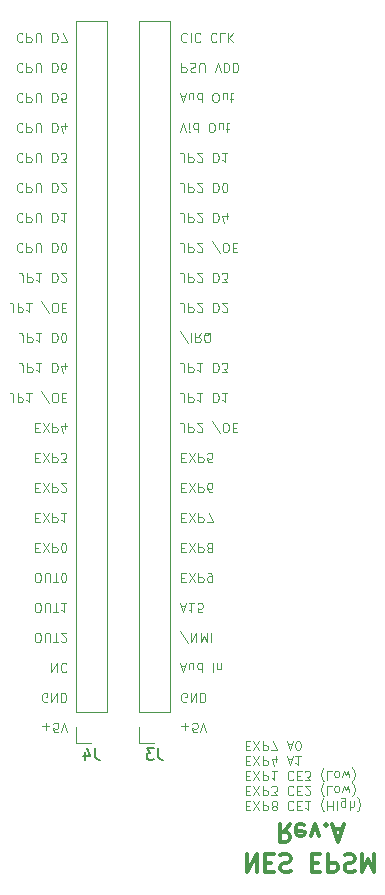
<source format=gbr>
%TF.GenerationSoftware,KiCad,Pcbnew,(5.1.10)-1*%
%TF.CreationDate,2021-06-12T16:54:01+02:00*%
%TF.ProjectId,Nes Sound Expansion,4e657320-536f-4756-9e64-20457870616e,rev?*%
%TF.SameCoordinates,Original*%
%TF.FileFunction,Legend,Bot*%
%TF.FilePolarity,Positive*%
%FSLAX46Y46*%
G04 Gerber Fmt 4.6, Leading zero omitted, Abs format (unit mm)*
G04 Created by KiCad (PCBNEW (5.1.10)-1) date 2021-06-12 16:54:01*
%MOMM*%
%LPD*%
G01*
G04 APERTURE LIST*
%ADD10C,0.100000*%
%ADD11C,0.300000*%
%ADD12C,0.120000*%
%ADD13C,0.150000*%
G04 APERTURE END LIST*
D10*
X120900714Y-115879714D02*
X121160714Y-115879714D01*
X121272142Y-115471142D02*
X120900714Y-115471142D01*
X120900714Y-116251142D01*
X121272142Y-116251142D01*
X121532142Y-116251142D02*
X122052142Y-115471142D01*
X122052142Y-116251142D02*
X121532142Y-115471142D01*
X122349285Y-115471142D02*
X122349285Y-116251142D01*
X122646428Y-116251142D01*
X122720714Y-116214000D01*
X122757857Y-116176857D01*
X122795000Y-116102571D01*
X122795000Y-115991142D01*
X122757857Y-115916857D01*
X122720714Y-115879714D01*
X122646428Y-115842571D01*
X122349285Y-115842571D01*
X123240714Y-115916857D02*
X123166428Y-115954000D01*
X123129285Y-115991142D01*
X123092142Y-116065428D01*
X123092142Y-116102571D01*
X123129285Y-116176857D01*
X123166428Y-116214000D01*
X123240714Y-116251142D01*
X123389285Y-116251142D01*
X123463571Y-116214000D01*
X123500714Y-116176857D01*
X123537857Y-116102571D01*
X123537857Y-116065428D01*
X123500714Y-115991142D01*
X123463571Y-115954000D01*
X123389285Y-115916857D01*
X123240714Y-115916857D01*
X123166428Y-115879714D01*
X123129285Y-115842571D01*
X123092142Y-115768285D01*
X123092142Y-115619714D01*
X123129285Y-115545428D01*
X123166428Y-115508285D01*
X123240714Y-115471142D01*
X123389285Y-115471142D01*
X123463571Y-115508285D01*
X123500714Y-115545428D01*
X123537857Y-115619714D01*
X123537857Y-115768285D01*
X123500714Y-115842571D01*
X123463571Y-115879714D01*
X123389285Y-115916857D01*
X124912142Y-115545428D02*
X124875000Y-115508285D01*
X124763571Y-115471142D01*
X124689285Y-115471142D01*
X124577857Y-115508285D01*
X124503571Y-115582571D01*
X124466428Y-115656857D01*
X124429285Y-115805428D01*
X124429285Y-115916857D01*
X124466428Y-116065428D01*
X124503571Y-116139714D01*
X124577857Y-116214000D01*
X124689285Y-116251142D01*
X124763571Y-116251142D01*
X124875000Y-116214000D01*
X124912142Y-116176857D01*
X125246428Y-115879714D02*
X125506428Y-115879714D01*
X125617857Y-115471142D02*
X125246428Y-115471142D01*
X125246428Y-116251142D01*
X125617857Y-116251142D01*
X126360714Y-115471142D02*
X125915000Y-115471142D01*
X126137857Y-115471142D02*
X126137857Y-116251142D01*
X126063571Y-116139714D01*
X125989285Y-116065428D01*
X125915000Y-116028285D01*
X127512142Y-115174000D02*
X127475000Y-115211142D01*
X127400714Y-115322571D01*
X127363571Y-115396857D01*
X127326428Y-115508285D01*
X127289285Y-115694000D01*
X127289285Y-115842571D01*
X127326428Y-116028285D01*
X127363571Y-116139714D01*
X127400714Y-116214000D01*
X127475000Y-116325428D01*
X127512142Y-116362571D01*
X127809285Y-115471142D02*
X127809285Y-116251142D01*
X127809285Y-115879714D02*
X128255000Y-115879714D01*
X128255000Y-115471142D02*
X128255000Y-116251142D01*
X128626428Y-115471142D02*
X128626428Y-116251142D01*
X129332142Y-115991142D02*
X129332142Y-115359714D01*
X129295000Y-115285428D01*
X129257857Y-115248285D01*
X129183571Y-115211142D01*
X129072142Y-115211142D01*
X128997857Y-115248285D01*
X129332142Y-115508285D02*
X129257857Y-115471142D01*
X129109285Y-115471142D01*
X129035000Y-115508285D01*
X128997857Y-115545428D01*
X128960714Y-115619714D01*
X128960714Y-115842571D01*
X128997857Y-115916857D01*
X129035000Y-115954000D01*
X129109285Y-115991142D01*
X129257857Y-115991142D01*
X129332142Y-115954000D01*
X129703571Y-115471142D02*
X129703571Y-116251142D01*
X130037857Y-115471142D02*
X130037857Y-115879714D01*
X130000714Y-115954000D01*
X129926428Y-115991142D01*
X129815000Y-115991142D01*
X129740714Y-115954000D01*
X129703571Y-115916857D01*
X130335000Y-115174000D02*
X130372142Y-115211142D01*
X130446428Y-115322571D01*
X130483571Y-115396857D01*
X130520714Y-115508285D01*
X130557857Y-115694000D01*
X130557857Y-115842571D01*
X130520714Y-116028285D01*
X130483571Y-116139714D01*
X130446428Y-116214000D01*
X130372142Y-116325428D01*
X130335000Y-116362571D01*
X120900714Y-114609714D02*
X121160714Y-114609714D01*
X121272142Y-114201142D02*
X120900714Y-114201142D01*
X120900714Y-114981142D01*
X121272142Y-114981142D01*
X121532142Y-114981142D02*
X122052142Y-114201142D01*
X122052142Y-114981142D02*
X121532142Y-114201142D01*
X122349285Y-114201142D02*
X122349285Y-114981142D01*
X122646428Y-114981142D01*
X122720714Y-114944000D01*
X122757857Y-114906857D01*
X122795000Y-114832571D01*
X122795000Y-114721142D01*
X122757857Y-114646857D01*
X122720714Y-114609714D01*
X122646428Y-114572571D01*
X122349285Y-114572571D01*
X123055000Y-114981142D02*
X123537857Y-114981142D01*
X123277857Y-114684000D01*
X123389285Y-114684000D01*
X123463571Y-114646857D01*
X123500714Y-114609714D01*
X123537857Y-114535428D01*
X123537857Y-114349714D01*
X123500714Y-114275428D01*
X123463571Y-114238285D01*
X123389285Y-114201142D01*
X123166428Y-114201142D01*
X123092142Y-114238285D01*
X123055000Y-114275428D01*
X124912142Y-114275428D02*
X124875000Y-114238285D01*
X124763571Y-114201142D01*
X124689285Y-114201142D01*
X124577857Y-114238285D01*
X124503571Y-114312571D01*
X124466428Y-114386857D01*
X124429285Y-114535428D01*
X124429285Y-114646857D01*
X124466428Y-114795428D01*
X124503571Y-114869714D01*
X124577857Y-114944000D01*
X124689285Y-114981142D01*
X124763571Y-114981142D01*
X124875000Y-114944000D01*
X124912142Y-114906857D01*
X125246428Y-114609714D02*
X125506428Y-114609714D01*
X125617857Y-114201142D02*
X125246428Y-114201142D01*
X125246428Y-114981142D01*
X125617857Y-114981142D01*
X125914999Y-114906857D02*
X125952142Y-114944000D01*
X126026428Y-114981142D01*
X126212142Y-114981142D01*
X126286428Y-114944000D01*
X126323571Y-114906857D01*
X126360714Y-114832571D01*
X126360714Y-114758285D01*
X126323571Y-114646857D01*
X125877857Y-114201142D01*
X126360714Y-114201142D01*
X127512142Y-113904000D02*
X127474999Y-113941142D01*
X127400714Y-114052571D01*
X127363571Y-114126857D01*
X127326428Y-114238285D01*
X127289285Y-114424000D01*
X127289285Y-114572571D01*
X127326428Y-114758285D01*
X127363571Y-114869714D01*
X127400714Y-114944000D01*
X127474999Y-115055428D01*
X127512142Y-115092571D01*
X128180714Y-114201142D02*
X127809285Y-114201142D01*
X127809285Y-114981142D01*
X128552142Y-114201142D02*
X128477857Y-114238285D01*
X128440714Y-114275428D01*
X128403571Y-114349714D01*
X128403571Y-114572571D01*
X128440714Y-114646857D01*
X128477857Y-114684000D01*
X128552142Y-114721142D01*
X128663571Y-114721142D01*
X128737857Y-114684000D01*
X128774999Y-114646857D01*
X128812142Y-114572571D01*
X128812142Y-114349714D01*
X128774999Y-114275428D01*
X128737857Y-114238285D01*
X128663571Y-114201142D01*
X128552142Y-114201142D01*
X129072142Y-114721142D02*
X129220714Y-114201142D01*
X129369285Y-114572571D01*
X129517857Y-114201142D01*
X129666428Y-114721142D01*
X129889285Y-113904000D02*
X129926428Y-113941142D01*
X130000714Y-114052571D01*
X130037857Y-114126857D01*
X130074999Y-114238285D01*
X130112142Y-114424000D01*
X130112142Y-114572571D01*
X130074999Y-114758285D01*
X130037857Y-114869714D01*
X130000714Y-114944000D01*
X129926428Y-115055428D01*
X129889285Y-115092571D01*
X120900714Y-113339714D02*
X121160714Y-113339714D01*
X121272142Y-112931142D02*
X120900714Y-112931142D01*
X120900714Y-113711142D01*
X121272142Y-113711142D01*
X121532142Y-113711142D02*
X122052142Y-112931142D01*
X122052142Y-113711142D02*
X121532142Y-112931142D01*
X122349285Y-112931142D02*
X122349285Y-113711142D01*
X122646428Y-113711142D01*
X122720714Y-113674000D01*
X122757857Y-113636857D01*
X122795000Y-113562571D01*
X122795000Y-113451142D01*
X122757857Y-113376857D01*
X122720714Y-113339714D01*
X122646428Y-113302571D01*
X122349285Y-113302571D01*
X123537857Y-112931142D02*
X123092142Y-112931142D01*
X123315000Y-112931142D02*
X123315000Y-113711142D01*
X123240714Y-113599714D01*
X123166428Y-113525428D01*
X123092142Y-113488285D01*
X124912142Y-113005428D02*
X124875000Y-112968285D01*
X124763571Y-112931142D01*
X124689285Y-112931142D01*
X124577857Y-112968285D01*
X124503571Y-113042571D01*
X124466428Y-113116857D01*
X124429285Y-113265428D01*
X124429285Y-113376857D01*
X124466428Y-113525428D01*
X124503571Y-113599714D01*
X124577857Y-113674000D01*
X124689285Y-113711142D01*
X124763571Y-113711142D01*
X124875000Y-113674000D01*
X124912142Y-113636857D01*
X125246428Y-113339714D02*
X125506428Y-113339714D01*
X125617857Y-112931142D02*
X125246428Y-112931142D01*
X125246428Y-113711142D01*
X125617857Y-113711142D01*
X125877857Y-113711142D02*
X126360714Y-113711142D01*
X126100714Y-113414000D01*
X126212142Y-113414000D01*
X126286428Y-113376857D01*
X126323571Y-113339714D01*
X126360714Y-113265428D01*
X126360714Y-113079714D01*
X126323571Y-113005428D01*
X126286428Y-112968285D01*
X126212142Y-112931142D01*
X125989285Y-112931142D01*
X125914999Y-112968285D01*
X125877857Y-113005428D01*
X127512142Y-112634000D02*
X127474999Y-112671142D01*
X127400714Y-112782571D01*
X127363571Y-112856857D01*
X127326428Y-112968285D01*
X127289285Y-113154000D01*
X127289285Y-113302571D01*
X127326428Y-113488285D01*
X127363571Y-113599714D01*
X127400714Y-113674000D01*
X127474999Y-113785428D01*
X127512142Y-113822571D01*
X128180714Y-112931142D02*
X127809285Y-112931142D01*
X127809285Y-113711142D01*
X128552142Y-112931142D02*
X128477857Y-112968285D01*
X128440714Y-113005428D01*
X128403571Y-113079714D01*
X128403571Y-113302571D01*
X128440714Y-113376857D01*
X128477857Y-113414000D01*
X128552142Y-113451142D01*
X128663571Y-113451142D01*
X128737857Y-113414000D01*
X128774999Y-113376857D01*
X128812142Y-113302571D01*
X128812142Y-113079714D01*
X128774999Y-113005428D01*
X128737857Y-112968285D01*
X128663571Y-112931142D01*
X128552142Y-112931142D01*
X129072142Y-113451142D02*
X129220714Y-112931142D01*
X129369285Y-113302571D01*
X129517857Y-112931142D01*
X129666428Y-113451142D01*
X129889285Y-112634000D02*
X129926428Y-112671142D01*
X130000714Y-112782571D01*
X130037857Y-112856857D01*
X130074999Y-112968285D01*
X130112142Y-113154000D01*
X130112142Y-113302571D01*
X130074999Y-113488285D01*
X130037857Y-113599714D01*
X130000714Y-113674000D01*
X129926428Y-113785428D01*
X129889285Y-113822571D01*
X120900714Y-112069714D02*
X121160714Y-112069714D01*
X121272142Y-111661142D02*
X120900714Y-111661142D01*
X120900714Y-112441142D01*
X121272142Y-112441142D01*
X121532142Y-112441142D02*
X122052142Y-111661142D01*
X122052142Y-112441142D02*
X121532142Y-111661142D01*
X122349285Y-111661142D02*
X122349285Y-112441142D01*
X122646428Y-112441142D01*
X122720714Y-112404000D01*
X122757857Y-112366857D01*
X122795000Y-112292571D01*
X122795000Y-112181142D01*
X122757857Y-112106857D01*
X122720714Y-112069714D01*
X122646428Y-112032571D01*
X122349285Y-112032571D01*
X123463571Y-112181142D02*
X123463571Y-111661142D01*
X123277857Y-112478285D02*
X123092142Y-111921142D01*
X123575000Y-111921142D01*
X124429285Y-111884000D02*
X124800714Y-111884000D01*
X124355000Y-111661142D02*
X124615000Y-112441142D01*
X124875000Y-111661142D01*
X125543571Y-111661142D02*
X125097857Y-111661142D01*
X125320714Y-111661142D02*
X125320714Y-112441142D01*
X125246428Y-112329714D01*
X125172142Y-112255428D01*
X125097857Y-112218285D01*
X120900714Y-110799714D02*
X121160714Y-110799714D01*
X121272142Y-110391142D02*
X120900714Y-110391142D01*
X120900714Y-111171142D01*
X121272142Y-111171142D01*
X121532142Y-111171142D02*
X122052142Y-110391142D01*
X122052142Y-111171142D02*
X121532142Y-110391142D01*
X122349285Y-110391142D02*
X122349285Y-111171142D01*
X122646428Y-111171142D01*
X122720714Y-111134000D01*
X122757857Y-111096857D01*
X122795000Y-111022571D01*
X122795000Y-110911142D01*
X122757857Y-110836857D01*
X122720714Y-110799714D01*
X122646428Y-110762571D01*
X122349285Y-110762571D01*
X123055000Y-111171142D02*
X123575000Y-111171142D01*
X123240714Y-110391142D01*
X124429285Y-110614000D02*
X124800714Y-110614000D01*
X124355000Y-110391142D02*
X124615000Y-111171142D01*
X124875000Y-110391142D01*
X125283571Y-111171142D02*
X125357857Y-111171142D01*
X125432142Y-111134000D01*
X125469285Y-111096857D01*
X125506428Y-111022571D01*
X125543571Y-110874000D01*
X125543571Y-110688285D01*
X125506428Y-110539714D01*
X125469285Y-110465428D01*
X125432142Y-110428285D01*
X125357857Y-110391142D01*
X125283571Y-110391142D01*
X125209285Y-110428285D01*
X125172142Y-110465428D01*
X125135000Y-110539714D01*
X125097857Y-110688285D01*
X125097857Y-110874000D01*
X125135000Y-111022571D01*
X125172142Y-111096857D01*
X125209285Y-111134000D01*
X125283571Y-111171142D01*
X103661571Y-109164285D02*
X104255857Y-109164285D01*
X103958714Y-108867142D02*
X103958714Y-109461428D01*
X104998714Y-109647142D02*
X104627285Y-109647142D01*
X104590142Y-109275714D01*
X104627285Y-109312857D01*
X104701571Y-109350000D01*
X104887285Y-109350000D01*
X104961571Y-109312857D01*
X104998714Y-109275714D01*
X105035857Y-109201428D01*
X105035857Y-109015714D01*
X104998714Y-108941428D01*
X104961571Y-108904285D01*
X104887285Y-108867142D01*
X104701571Y-108867142D01*
X104627285Y-108904285D01*
X104590142Y-108941428D01*
X105258714Y-109647142D02*
X105518714Y-108867142D01*
X105778714Y-109647142D01*
X104070142Y-107070000D02*
X103995857Y-107107142D01*
X103884428Y-107107142D01*
X103773000Y-107070000D01*
X103698714Y-106995714D01*
X103661571Y-106921428D01*
X103624428Y-106772857D01*
X103624428Y-106661428D01*
X103661571Y-106512857D01*
X103698714Y-106438571D01*
X103773000Y-106364285D01*
X103884428Y-106327142D01*
X103958714Y-106327142D01*
X104070142Y-106364285D01*
X104107285Y-106401428D01*
X104107285Y-106661428D01*
X103958714Y-106661428D01*
X104441571Y-106327142D02*
X104441571Y-107107142D01*
X104887285Y-106327142D01*
X104887285Y-107107142D01*
X105258714Y-106327142D02*
X105258714Y-107107142D01*
X105444428Y-107107142D01*
X105555857Y-107070000D01*
X105630142Y-106995714D01*
X105667285Y-106921428D01*
X105704428Y-106772857D01*
X105704428Y-106661428D01*
X105667285Y-106512857D01*
X105630142Y-106438571D01*
X105555857Y-106364285D01*
X105444428Y-106327142D01*
X105258714Y-106327142D01*
X104441571Y-103787142D02*
X104441571Y-104567142D01*
X104887285Y-103787142D01*
X104887285Y-104567142D01*
X105704428Y-103861428D02*
X105667285Y-103824285D01*
X105555857Y-103787142D01*
X105481571Y-103787142D01*
X105370142Y-103824285D01*
X105295857Y-103898571D01*
X105258714Y-103972857D01*
X105221571Y-104121428D01*
X105221571Y-104232857D01*
X105258714Y-104381428D01*
X105295857Y-104455714D01*
X105370142Y-104530000D01*
X105481571Y-104567142D01*
X105555857Y-104567142D01*
X105667285Y-104530000D01*
X105704428Y-104492857D01*
X103215857Y-102027142D02*
X103364428Y-102027142D01*
X103438714Y-101990000D01*
X103513000Y-101915714D01*
X103550142Y-101767142D01*
X103550142Y-101507142D01*
X103513000Y-101358571D01*
X103438714Y-101284285D01*
X103364428Y-101247142D01*
X103215857Y-101247142D01*
X103141571Y-101284285D01*
X103067285Y-101358571D01*
X103030142Y-101507142D01*
X103030142Y-101767142D01*
X103067285Y-101915714D01*
X103141571Y-101990000D01*
X103215857Y-102027142D01*
X103884428Y-102027142D02*
X103884428Y-101395714D01*
X103921571Y-101321428D01*
X103958714Y-101284285D01*
X104033000Y-101247142D01*
X104181571Y-101247142D01*
X104255857Y-101284285D01*
X104293000Y-101321428D01*
X104330142Y-101395714D01*
X104330142Y-102027142D01*
X104590142Y-102027142D02*
X105035857Y-102027142D01*
X104813000Y-101247142D02*
X104813000Y-102027142D01*
X105258714Y-101952857D02*
X105295857Y-101990000D01*
X105370142Y-102027142D01*
X105555857Y-102027142D01*
X105630142Y-101990000D01*
X105667285Y-101952857D01*
X105704428Y-101878571D01*
X105704428Y-101804285D01*
X105667285Y-101692857D01*
X105221571Y-101247142D01*
X105704428Y-101247142D01*
X103215857Y-99487142D02*
X103364428Y-99487142D01*
X103438714Y-99450000D01*
X103513000Y-99375714D01*
X103550142Y-99227142D01*
X103550142Y-98967142D01*
X103513000Y-98818571D01*
X103438714Y-98744285D01*
X103364428Y-98707142D01*
X103215857Y-98707142D01*
X103141571Y-98744285D01*
X103067285Y-98818571D01*
X103030142Y-98967142D01*
X103030142Y-99227142D01*
X103067285Y-99375714D01*
X103141571Y-99450000D01*
X103215857Y-99487142D01*
X103884428Y-99487142D02*
X103884428Y-98855714D01*
X103921571Y-98781428D01*
X103958714Y-98744285D01*
X104033000Y-98707142D01*
X104181571Y-98707142D01*
X104255857Y-98744285D01*
X104293000Y-98781428D01*
X104330142Y-98855714D01*
X104330142Y-99487142D01*
X104590142Y-99487142D02*
X105035857Y-99487142D01*
X104813000Y-98707142D02*
X104813000Y-99487142D01*
X105704428Y-98707142D02*
X105258714Y-98707142D01*
X105481571Y-98707142D02*
X105481571Y-99487142D01*
X105407285Y-99375714D01*
X105333000Y-99301428D01*
X105258714Y-99264285D01*
X103215857Y-96947142D02*
X103364428Y-96947142D01*
X103438714Y-96910000D01*
X103513000Y-96835714D01*
X103550142Y-96687142D01*
X103550142Y-96427142D01*
X103513000Y-96278571D01*
X103438714Y-96204285D01*
X103364428Y-96167142D01*
X103215857Y-96167142D01*
X103141571Y-96204285D01*
X103067285Y-96278571D01*
X103030142Y-96427142D01*
X103030142Y-96687142D01*
X103067285Y-96835714D01*
X103141571Y-96910000D01*
X103215857Y-96947142D01*
X103884428Y-96947142D02*
X103884428Y-96315714D01*
X103921571Y-96241428D01*
X103958714Y-96204285D01*
X104033000Y-96167142D01*
X104181571Y-96167142D01*
X104255857Y-96204285D01*
X104293000Y-96241428D01*
X104330142Y-96315714D01*
X104330142Y-96947142D01*
X104590142Y-96947142D02*
X105035857Y-96947142D01*
X104813000Y-96167142D02*
X104813000Y-96947142D01*
X105444428Y-96947142D02*
X105518714Y-96947142D01*
X105593000Y-96910000D01*
X105630142Y-96872857D01*
X105667285Y-96798571D01*
X105704428Y-96650000D01*
X105704428Y-96464285D01*
X105667285Y-96315714D01*
X105630142Y-96241428D01*
X105593000Y-96204285D01*
X105518714Y-96167142D01*
X105444428Y-96167142D01*
X105370142Y-96204285D01*
X105333000Y-96241428D01*
X105295857Y-96315714D01*
X105258714Y-96464285D01*
X105258714Y-96650000D01*
X105295857Y-96798571D01*
X105333000Y-96872857D01*
X105370142Y-96910000D01*
X105444428Y-96947142D01*
X103067285Y-94035714D02*
X103327285Y-94035714D01*
X103438714Y-93627142D02*
X103067285Y-93627142D01*
X103067285Y-94407142D01*
X103438714Y-94407142D01*
X103698714Y-94407142D02*
X104218714Y-93627142D01*
X104218714Y-94407142D02*
X103698714Y-93627142D01*
X104515857Y-93627142D02*
X104515857Y-94407142D01*
X104813000Y-94407142D01*
X104887285Y-94370000D01*
X104924428Y-94332857D01*
X104961571Y-94258571D01*
X104961571Y-94147142D01*
X104924428Y-94072857D01*
X104887285Y-94035714D01*
X104813000Y-93998571D01*
X104515857Y-93998571D01*
X105444428Y-94407142D02*
X105518714Y-94407142D01*
X105593000Y-94370000D01*
X105630142Y-94332857D01*
X105667285Y-94258571D01*
X105704428Y-94110000D01*
X105704428Y-93924285D01*
X105667285Y-93775714D01*
X105630142Y-93701428D01*
X105593000Y-93664285D01*
X105518714Y-93627142D01*
X105444428Y-93627142D01*
X105370142Y-93664285D01*
X105333000Y-93701428D01*
X105295857Y-93775714D01*
X105258714Y-93924285D01*
X105258714Y-94110000D01*
X105295857Y-94258571D01*
X105333000Y-94332857D01*
X105370142Y-94370000D01*
X105444428Y-94407142D01*
X103067285Y-91495714D02*
X103327285Y-91495714D01*
X103438714Y-91087142D02*
X103067285Y-91087142D01*
X103067285Y-91867142D01*
X103438714Y-91867142D01*
X103698714Y-91867142D02*
X104218714Y-91087142D01*
X104218714Y-91867142D02*
X103698714Y-91087142D01*
X104515857Y-91087142D02*
X104515857Y-91867142D01*
X104813000Y-91867142D01*
X104887285Y-91830000D01*
X104924428Y-91792857D01*
X104961571Y-91718571D01*
X104961571Y-91607142D01*
X104924428Y-91532857D01*
X104887285Y-91495714D01*
X104813000Y-91458571D01*
X104515857Y-91458571D01*
X105704428Y-91087142D02*
X105258714Y-91087142D01*
X105481571Y-91087142D02*
X105481571Y-91867142D01*
X105407285Y-91755714D01*
X105333000Y-91681428D01*
X105258714Y-91644285D01*
X103067285Y-88955714D02*
X103327285Y-88955714D01*
X103438714Y-88547142D02*
X103067285Y-88547142D01*
X103067285Y-89327142D01*
X103438714Y-89327142D01*
X103698714Y-89327142D02*
X104218714Y-88547142D01*
X104218714Y-89327142D02*
X103698714Y-88547142D01*
X104515857Y-88547142D02*
X104515857Y-89327142D01*
X104813000Y-89327142D01*
X104887285Y-89290000D01*
X104924428Y-89252857D01*
X104961571Y-89178571D01*
X104961571Y-89067142D01*
X104924428Y-88992857D01*
X104887285Y-88955714D01*
X104813000Y-88918571D01*
X104515857Y-88918571D01*
X105258714Y-89252857D02*
X105295857Y-89290000D01*
X105370142Y-89327142D01*
X105555857Y-89327142D01*
X105630142Y-89290000D01*
X105667285Y-89252857D01*
X105704428Y-89178571D01*
X105704428Y-89104285D01*
X105667285Y-88992857D01*
X105221571Y-88547142D01*
X105704428Y-88547142D01*
X103067285Y-86415714D02*
X103327285Y-86415714D01*
X103438714Y-86007142D02*
X103067285Y-86007142D01*
X103067285Y-86787142D01*
X103438714Y-86787142D01*
X103698714Y-86787142D02*
X104218714Y-86007142D01*
X104218714Y-86787142D02*
X103698714Y-86007142D01*
X104515857Y-86007142D02*
X104515857Y-86787142D01*
X104813000Y-86787142D01*
X104887285Y-86750000D01*
X104924428Y-86712857D01*
X104961571Y-86638571D01*
X104961571Y-86527142D01*
X104924428Y-86452857D01*
X104887285Y-86415714D01*
X104813000Y-86378571D01*
X104515857Y-86378571D01*
X105221571Y-86787142D02*
X105704428Y-86787142D01*
X105444428Y-86490000D01*
X105555857Y-86490000D01*
X105630142Y-86452857D01*
X105667285Y-86415714D01*
X105704428Y-86341428D01*
X105704428Y-86155714D01*
X105667285Y-86081428D01*
X105630142Y-86044285D01*
X105555857Y-86007142D01*
X105333000Y-86007142D01*
X105258714Y-86044285D01*
X105221571Y-86081428D01*
X103067285Y-83875714D02*
X103327285Y-83875714D01*
X103438714Y-83467142D02*
X103067285Y-83467142D01*
X103067285Y-84247142D01*
X103438714Y-84247142D01*
X103698714Y-84247142D02*
X104218714Y-83467142D01*
X104218714Y-84247142D02*
X103698714Y-83467142D01*
X104515857Y-83467142D02*
X104515857Y-84247142D01*
X104813000Y-84247142D01*
X104887285Y-84210000D01*
X104924428Y-84172857D01*
X104961571Y-84098571D01*
X104961571Y-83987142D01*
X104924428Y-83912857D01*
X104887285Y-83875714D01*
X104813000Y-83838571D01*
X104515857Y-83838571D01*
X105630142Y-83987142D02*
X105630142Y-83467142D01*
X105444428Y-84284285D02*
X105258714Y-83727142D01*
X105741571Y-83727142D01*
X101210142Y-81707142D02*
X101210142Y-81150000D01*
X101173000Y-81038571D01*
X101098714Y-80964285D01*
X100987285Y-80927142D01*
X100913000Y-80927142D01*
X101581571Y-80927142D02*
X101581571Y-81707142D01*
X101878714Y-81707142D01*
X101953000Y-81670000D01*
X101990142Y-81632857D01*
X102027285Y-81558571D01*
X102027285Y-81447142D01*
X101990142Y-81372857D01*
X101953000Y-81335714D01*
X101878714Y-81298571D01*
X101581571Y-81298571D01*
X102770142Y-80927142D02*
X102324428Y-80927142D01*
X102547285Y-80927142D02*
X102547285Y-81707142D01*
X102473000Y-81595714D01*
X102398714Y-81521428D01*
X102324428Y-81484285D01*
X104255857Y-81744285D02*
X103587285Y-80741428D01*
X104664428Y-81707142D02*
X104813000Y-81707142D01*
X104887285Y-81670000D01*
X104961571Y-81595714D01*
X104998714Y-81447142D01*
X104998714Y-81187142D01*
X104961571Y-81038571D01*
X104887285Y-80964285D01*
X104813000Y-80927142D01*
X104664428Y-80927142D01*
X104590142Y-80964285D01*
X104515857Y-81038571D01*
X104478714Y-81187142D01*
X104478714Y-81447142D01*
X104515857Y-81595714D01*
X104590142Y-81670000D01*
X104664428Y-81707142D01*
X105333000Y-81335714D02*
X105593000Y-81335714D01*
X105704428Y-80927142D02*
X105333000Y-80927142D01*
X105333000Y-81707142D01*
X105704428Y-81707142D01*
X102027285Y-79167142D02*
X102027285Y-78610000D01*
X101990142Y-78498571D01*
X101915857Y-78424285D01*
X101804428Y-78387142D01*
X101730142Y-78387142D01*
X102398714Y-78387142D02*
X102398714Y-79167142D01*
X102695857Y-79167142D01*
X102770142Y-79130000D01*
X102807285Y-79092857D01*
X102844428Y-79018571D01*
X102844428Y-78907142D01*
X102807285Y-78832857D01*
X102770142Y-78795714D01*
X102695857Y-78758571D01*
X102398714Y-78758571D01*
X103587285Y-78387142D02*
X103141571Y-78387142D01*
X103364428Y-78387142D02*
X103364428Y-79167142D01*
X103290142Y-79055714D01*
X103215857Y-78981428D01*
X103141571Y-78944285D01*
X104515857Y-78387142D02*
X104515857Y-79167142D01*
X104701571Y-79167142D01*
X104813000Y-79130000D01*
X104887285Y-79055714D01*
X104924428Y-78981428D01*
X104961571Y-78832857D01*
X104961571Y-78721428D01*
X104924428Y-78572857D01*
X104887285Y-78498571D01*
X104813000Y-78424285D01*
X104701571Y-78387142D01*
X104515857Y-78387142D01*
X105630142Y-78907142D02*
X105630142Y-78387142D01*
X105444428Y-79204285D02*
X105258714Y-78647142D01*
X105741571Y-78647142D01*
X102027285Y-76627142D02*
X102027285Y-76070000D01*
X101990142Y-75958571D01*
X101915857Y-75884285D01*
X101804428Y-75847142D01*
X101730142Y-75847142D01*
X102398714Y-75847142D02*
X102398714Y-76627142D01*
X102695857Y-76627142D01*
X102770142Y-76590000D01*
X102807285Y-76552857D01*
X102844428Y-76478571D01*
X102844428Y-76367142D01*
X102807285Y-76292857D01*
X102770142Y-76255714D01*
X102695857Y-76218571D01*
X102398714Y-76218571D01*
X103587285Y-75847142D02*
X103141571Y-75847142D01*
X103364428Y-75847142D02*
X103364428Y-76627142D01*
X103290142Y-76515714D01*
X103215857Y-76441428D01*
X103141571Y-76404285D01*
X104515857Y-75847142D02*
X104515857Y-76627142D01*
X104701571Y-76627142D01*
X104813000Y-76590000D01*
X104887285Y-76515714D01*
X104924428Y-76441428D01*
X104961571Y-76292857D01*
X104961571Y-76181428D01*
X104924428Y-76032857D01*
X104887285Y-75958571D01*
X104813000Y-75884285D01*
X104701571Y-75847142D01*
X104515857Y-75847142D01*
X105444428Y-76627142D02*
X105518714Y-76627142D01*
X105593000Y-76590000D01*
X105630142Y-76552857D01*
X105667285Y-76478571D01*
X105704428Y-76330000D01*
X105704428Y-76144285D01*
X105667285Y-75995714D01*
X105630142Y-75921428D01*
X105593000Y-75884285D01*
X105518714Y-75847142D01*
X105444428Y-75847142D01*
X105370142Y-75884285D01*
X105333000Y-75921428D01*
X105295857Y-75995714D01*
X105258714Y-76144285D01*
X105258714Y-76330000D01*
X105295857Y-76478571D01*
X105333000Y-76552857D01*
X105370142Y-76590000D01*
X105444428Y-76627142D01*
X101210142Y-74087142D02*
X101210142Y-73530000D01*
X101173000Y-73418571D01*
X101098714Y-73344285D01*
X100987285Y-73307142D01*
X100913000Y-73307142D01*
X101581571Y-73307142D02*
X101581571Y-74087142D01*
X101878714Y-74087142D01*
X101953000Y-74050000D01*
X101990142Y-74012857D01*
X102027285Y-73938571D01*
X102027285Y-73827142D01*
X101990142Y-73752857D01*
X101953000Y-73715714D01*
X101878714Y-73678571D01*
X101581571Y-73678571D01*
X102770142Y-73307142D02*
X102324428Y-73307142D01*
X102547285Y-73307142D02*
X102547285Y-74087142D01*
X102473000Y-73975714D01*
X102398714Y-73901428D01*
X102324428Y-73864285D01*
X104255857Y-74124285D02*
X103587285Y-73121428D01*
X104664428Y-74087142D02*
X104813000Y-74087142D01*
X104887285Y-74050000D01*
X104961571Y-73975714D01*
X104998714Y-73827142D01*
X104998714Y-73567142D01*
X104961571Y-73418571D01*
X104887285Y-73344285D01*
X104813000Y-73307142D01*
X104664428Y-73307142D01*
X104590142Y-73344285D01*
X104515857Y-73418571D01*
X104478714Y-73567142D01*
X104478714Y-73827142D01*
X104515857Y-73975714D01*
X104590142Y-74050000D01*
X104664428Y-74087142D01*
X105333000Y-73715714D02*
X105593000Y-73715714D01*
X105704428Y-73307142D02*
X105333000Y-73307142D01*
X105333000Y-74087142D01*
X105704428Y-74087142D01*
X102027285Y-71547142D02*
X102027285Y-70990000D01*
X101990142Y-70878571D01*
X101915857Y-70804285D01*
X101804428Y-70767142D01*
X101730142Y-70767142D01*
X102398714Y-70767142D02*
X102398714Y-71547142D01*
X102695857Y-71547142D01*
X102770142Y-71510000D01*
X102807285Y-71472857D01*
X102844428Y-71398571D01*
X102844428Y-71287142D01*
X102807285Y-71212857D01*
X102770142Y-71175714D01*
X102695857Y-71138571D01*
X102398714Y-71138571D01*
X103587285Y-70767142D02*
X103141571Y-70767142D01*
X103364428Y-70767142D02*
X103364428Y-71547142D01*
X103290142Y-71435714D01*
X103215857Y-71361428D01*
X103141571Y-71324285D01*
X104515857Y-70767142D02*
X104515857Y-71547142D01*
X104701571Y-71547142D01*
X104813000Y-71510000D01*
X104887285Y-71435714D01*
X104924428Y-71361428D01*
X104961571Y-71212857D01*
X104961571Y-71101428D01*
X104924428Y-70952857D01*
X104887285Y-70878571D01*
X104813000Y-70804285D01*
X104701571Y-70767142D01*
X104515857Y-70767142D01*
X105258714Y-71472857D02*
X105295857Y-71510000D01*
X105370142Y-71547142D01*
X105555857Y-71547142D01*
X105630142Y-71510000D01*
X105667285Y-71472857D01*
X105704428Y-71398571D01*
X105704428Y-71324285D01*
X105667285Y-71212857D01*
X105221571Y-70767142D01*
X105704428Y-70767142D01*
X101990142Y-68301428D02*
X101953000Y-68264285D01*
X101841571Y-68227142D01*
X101767285Y-68227142D01*
X101655857Y-68264285D01*
X101581571Y-68338571D01*
X101544428Y-68412857D01*
X101507285Y-68561428D01*
X101507285Y-68672857D01*
X101544428Y-68821428D01*
X101581571Y-68895714D01*
X101655857Y-68970000D01*
X101767285Y-69007142D01*
X101841571Y-69007142D01*
X101953000Y-68970000D01*
X101990142Y-68932857D01*
X102324428Y-68227142D02*
X102324428Y-69007142D01*
X102621571Y-69007142D01*
X102695857Y-68970000D01*
X102733000Y-68932857D01*
X102770142Y-68858571D01*
X102770142Y-68747142D01*
X102733000Y-68672857D01*
X102695857Y-68635714D01*
X102621571Y-68598571D01*
X102324428Y-68598571D01*
X103104428Y-69007142D02*
X103104428Y-68375714D01*
X103141571Y-68301428D01*
X103178714Y-68264285D01*
X103253000Y-68227142D01*
X103401571Y-68227142D01*
X103475857Y-68264285D01*
X103513000Y-68301428D01*
X103550142Y-68375714D01*
X103550142Y-69007142D01*
X104515857Y-68227142D02*
X104515857Y-69007142D01*
X104701571Y-69007142D01*
X104813000Y-68970000D01*
X104887285Y-68895714D01*
X104924428Y-68821428D01*
X104961571Y-68672857D01*
X104961571Y-68561428D01*
X104924428Y-68412857D01*
X104887285Y-68338571D01*
X104813000Y-68264285D01*
X104701571Y-68227142D01*
X104515857Y-68227142D01*
X105444428Y-69007142D02*
X105518714Y-69007142D01*
X105593000Y-68970000D01*
X105630142Y-68932857D01*
X105667285Y-68858571D01*
X105704428Y-68710000D01*
X105704428Y-68524285D01*
X105667285Y-68375714D01*
X105630142Y-68301428D01*
X105593000Y-68264285D01*
X105518714Y-68227142D01*
X105444428Y-68227142D01*
X105370142Y-68264285D01*
X105333000Y-68301428D01*
X105295857Y-68375714D01*
X105258714Y-68524285D01*
X105258714Y-68710000D01*
X105295857Y-68858571D01*
X105333000Y-68932857D01*
X105370142Y-68970000D01*
X105444428Y-69007142D01*
X101990142Y-65761428D02*
X101953000Y-65724285D01*
X101841571Y-65687142D01*
X101767285Y-65687142D01*
X101655857Y-65724285D01*
X101581571Y-65798571D01*
X101544428Y-65872857D01*
X101507285Y-66021428D01*
X101507285Y-66132857D01*
X101544428Y-66281428D01*
X101581571Y-66355714D01*
X101655857Y-66430000D01*
X101767285Y-66467142D01*
X101841571Y-66467142D01*
X101953000Y-66430000D01*
X101990142Y-66392857D01*
X102324428Y-65687142D02*
X102324428Y-66467142D01*
X102621571Y-66467142D01*
X102695857Y-66430000D01*
X102733000Y-66392857D01*
X102770142Y-66318571D01*
X102770142Y-66207142D01*
X102733000Y-66132857D01*
X102695857Y-66095714D01*
X102621571Y-66058571D01*
X102324428Y-66058571D01*
X103104428Y-66467142D02*
X103104428Y-65835714D01*
X103141571Y-65761428D01*
X103178714Y-65724285D01*
X103253000Y-65687142D01*
X103401571Y-65687142D01*
X103475857Y-65724285D01*
X103513000Y-65761428D01*
X103550142Y-65835714D01*
X103550142Y-66467142D01*
X104515857Y-65687142D02*
X104515857Y-66467142D01*
X104701571Y-66467142D01*
X104813000Y-66430000D01*
X104887285Y-66355714D01*
X104924428Y-66281428D01*
X104961571Y-66132857D01*
X104961571Y-66021428D01*
X104924428Y-65872857D01*
X104887285Y-65798571D01*
X104813000Y-65724285D01*
X104701571Y-65687142D01*
X104515857Y-65687142D01*
X105704428Y-65687142D02*
X105258714Y-65687142D01*
X105481571Y-65687142D02*
X105481571Y-66467142D01*
X105407285Y-66355714D01*
X105333000Y-66281428D01*
X105258714Y-66244285D01*
X101990142Y-63221428D02*
X101953000Y-63184285D01*
X101841571Y-63147142D01*
X101767285Y-63147142D01*
X101655857Y-63184285D01*
X101581571Y-63258571D01*
X101544428Y-63332857D01*
X101507285Y-63481428D01*
X101507285Y-63592857D01*
X101544428Y-63741428D01*
X101581571Y-63815714D01*
X101655857Y-63890000D01*
X101767285Y-63927142D01*
X101841571Y-63927142D01*
X101953000Y-63890000D01*
X101990142Y-63852857D01*
X102324428Y-63147142D02*
X102324428Y-63927142D01*
X102621571Y-63927142D01*
X102695857Y-63890000D01*
X102733000Y-63852857D01*
X102770142Y-63778571D01*
X102770142Y-63667142D01*
X102733000Y-63592857D01*
X102695857Y-63555714D01*
X102621571Y-63518571D01*
X102324428Y-63518571D01*
X103104428Y-63927142D02*
X103104428Y-63295714D01*
X103141571Y-63221428D01*
X103178714Y-63184285D01*
X103253000Y-63147142D01*
X103401571Y-63147142D01*
X103475857Y-63184285D01*
X103513000Y-63221428D01*
X103550142Y-63295714D01*
X103550142Y-63927142D01*
X104515857Y-63147142D02*
X104515857Y-63927142D01*
X104701571Y-63927142D01*
X104813000Y-63890000D01*
X104887285Y-63815714D01*
X104924428Y-63741428D01*
X104961571Y-63592857D01*
X104961571Y-63481428D01*
X104924428Y-63332857D01*
X104887285Y-63258571D01*
X104813000Y-63184285D01*
X104701571Y-63147142D01*
X104515857Y-63147142D01*
X105258714Y-63852857D02*
X105295857Y-63890000D01*
X105370142Y-63927142D01*
X105555857Y-63927142D01*
X105630142Y-63890000D01*
X105667285Y-63852857D01*
X105704428Y-63778571D01*
X105704428Y-63704285D01*
X105667285Y-63592857D01*
X105221571Y-63147142D01*
X105704428Y-63147142D01*
X101990142Y-60681428D02*
X101953000Y-60644285D01*
X101841571Y-60607142D01*
X101767285Y-60607142D01*
X101655857Y-60644285D01*
X101581571Y-60718571D01*
X101544428Y-60792857D01*
X101507285Y-60941428D01*
X101507285Y-61052857D01*
X101544428Y-61201428D01*
X101581571Y-61275714D01*
X101655857Y-61350000D01*
X101767285Y-61387142D01*
X101841571Y-61387142D01*
X101953000Y-61350000D01*
X101990142Y-61312857D01*
X102324428Y-60607142D02*
X102324428Y-61387142D01*
X102621571Y-61387142D01*
X102695857Y-61350000D01*
X102733000Y-61312857D01*
X102770142Y-61238571D01*
X102770142Y-61127142D01*
X102733000Y-61052857D01*
X102695857Y-61015714D01*
X102621571Y-60978571D01*
X102324428Y-60978571D01*
X103104428Y-61387142D02*
X103104428Y-60755714D01*
X103141571Y-60681428D01*
X103178714Y-60644285D01*
X103253000Y-60607142D01*
X103401571Y-60607142D01*
X103475857Y-60644285D01*
X103513000Y-60681428D01*
X103550142Y-60755714D01*
X103550142Y-61387142D01*
X104515857Y-60607142D02*
X104515857Y-61387142D01*
X104701571Y-61387142D01*
X104813000Y-61350000D01*
X104887285Y-61275714D01*
X104924428Y-61201428D01*
X104961571Y-61052857D01*
X104961571Y-60941428D01*
X104924428Y-60792857D01*
X104887285Y-60718571D01*
X104813000Y-60644285D01*
X104701571Y-60607142D01*
X104515857Y-60607142D01*
X105221571Y-61387142D02*
X105704428Y-61387142D01*
X105444428Y-61090000D01*
X105555857Y-61090000D01*
X105630142Y-61052857D01*
X105667285Y-61015714D01*
X105704428Y-60941428D01*
X105704428Y-60755714D01*
X105667285Y-60681428D01*
X105630142Y-60644285D01*
X105555857Y-60607142D01*
X105333000Y-60607142D01*
X105258714Y-60644285D01*
X105221571Y-60681428D01*
X101990142Y-58141428D02*
X101953000Y-58104285D01*
X101841571Y-58067142D01*
X101767285Y-58067142D01*
X101655857Y-58104285D01*
X101581571Y-58178571D01*
X101544428Y-58252857D01*
X101507285Y-58401428D01*
X101507285Y-58512857D01*
X101544428Y-58661428D01*
X101581571Y-58735714D01*
X101655857Y-58810000D01*
X101767285Y-58847142D01*
X101841571Y-58847142D01*
X101953000Y-58810000D01*
X101990142Y-58772857D01*
X102324428Y-58067142D02*
X102324428Y-58847142D01*
X102621571Y-58847142D01*
X102695857Y-58810000D01*
X102733000Y-58772857D01*
X102770142Y-58698571D01*
X102770142Y-58587142D01*
X102733000Y-58512857D01*
X102695857Y-58475714D01*
X102621571Y-58438571D01*
X102324428Y-58438571D01*
X103104428Y-58847142D02*
X103104428Y-58215714D01*
X103141571Y-58141428D01*
X103178714Y-58104285D01*
X103253000Y-58067142D01*
X103401571Y-58067142D01*
X103475857Y-58104285D01*
X103513000Y-58141428D01*
X103550142Y-58215714D01*
X103550142Y-58847142D01*
X104515857Y-58067142D02*
X104515857Y-58847142D01*
X104701571Y-58847142D01*
X104813000Y-58810000D01*
X104887285Y-58735714D01*
X104924428Y-58661428D01*
X104961571Y-58512857D01*
X104961571Y-58401428D01*
X104924428Y-58252857D01*
X104887285Y-58178571D01*
X104813000Y-58104285D01*
X104701571Y-58067142D01*
X104515857Y-58067142D01*
X105630142Y-58587142D02*
X105630142Y-58067142D01*
X105444428Y-58884285D02*
X105258714Y-58327142D01*
X105741571Y-58327142D01*
X101990142Y-55601428D02*
X101953000Y-55564285D01*
X101841571Y-55527142D01*
X101767285Y-55527142D01*
X101655857Y-55564285D01*
X101581571Y-55638571D01*
X101544428Y-55712857D01*
X101507285Y-55861428D01*
X101507285Y-55972857D01*
X101544428Y-56121428D01*
X101581571Y-56195714D01*
X101655857Y-56270000D01*
X101767285Y-56307142D01*
X101841571Y-56307142D01*
X101953000Y-56270000D01*
X101990142Y-56232857D01*
X102324428Y-55527142D02*
X102324428Y-56307142D01*
X102621571Y-56307142D01*
X102695857Y-56270000D01*
X102733000Y-56232857D01*
X102770142Y-56158571D01*
X102770142Y-56047142D01*
X102733000Y-55972857D01*
X102695857Y-55935714D01*
X102621571Y-55898571D01*
X102324428Y-55898571D01*
X103104428Y-56307142D02*
X103104428Y-55675714D01*
X103141571Y-55601428D01*
X103178714Y-55564285D01*
X103253000Y-55527142D01*
X103401571Y-55527142D01*
X103475857Y-55564285D01*
X103513000Y-55601428D01*
X103550142Y-55675714D01*
X103550142Y-56307142D01*
X104515857Y-55527142D02*
X104515857Y-56307142D01*
X104701571Y-56307142D01*
X104813000Y-56270000D01*
X104887285Y-56195714D01*
X104924428Y-56121428D01*
X104961571Y-55972857D01*
X104961571Y-55861428D01*
X104924428Y-55712857D01*
X104887285Y-55638571D01*
X104813000Y-55564285D01*
X104701571Y-55527142D01*
X104515857Y-55527142D01*
X105667285Y-56307142D02*
X105295857Y-56307142D01*
X105258714Y-55935714D01*
X105295857Y-55972857D01*
X105370142Y-56010000D01*
X105555857Y-56010000D01*
X105630142Y-55972857D01*
X105667285Y-55935714D01*
X105704428Y-55861428D01*
X105704428Y-55675714D01*
X105667285Y-55601428D01*
X105630142Y-55564285D01*
X105555857Y-55527142D01*
X105370142Y-55527142D01*
X105295857Y-55564285D01*
X105258714Y-55601428D01*
X101990142Y-53061428D02*
X101953000Y-53024285D01*
X101841571Y-52987142D01*
X101767285Y-52987142D01*
X101655857Y-53024285D01*
X101581571Y-53098571D01*
X101544428Y-53172857D01*
X101507285Y-53321428D01*
X101507285Y-53432857D01*
X101544428Y-53581428D01*
X101581571Y-53655714D01*
X101655857Y-53730000D01*
X101767285Y-53767142D01*
X101841571Y-53767142D01*
X101953000Y-53730000D01*
X101990142Y-53692857D01*
X102324428Y-52987142D02*
X102324428Y-53767142D01*
X102621571Y-53767142D01*
X102695857Y-53730000D01*
X102733000Y-53692857D01*
X102770142Y-53618571D01*
X102770142Y-53507142D01*
X102733000Y-53432857D01*
X102695857Y-53395714D01*
X102621571Y-53358571D01*
X102324428Y-53358571D01*
X103104428Y-53767142D02*
X103104428Y-53135714D01*
X103141571Y-53061428D01*
X103178714Y-53024285D01*
X103253000Y-52987142D01*
X103401571Y-52987142D01*
X103475857Y-53024285D01*
X103513000Y-53061428D01*
X103550142Y-53135714D01*
X103550142Y-53767142D01*
X104515857Y-52987142D02*
X104515857Y-53767142D01*
X104701571Y-53767142D01*
X104813000Y-53730000D01*
X104887285Y-53655714D01*
X104924428Y-53581428D01*
X104961571Y-53432857D01*
X104961571Y-53321428D01*
X104924428Y-53172857D01*
X104887285Y-53098571D01*
X104813000Y-53024285D01*
X104701571Y-52987142D01*
X104515857Y-52987142D01*
X105630142Y-53767142D02*
X105481571Y-53767142D01*
X105407285Y-53730000D01*
X105370142Y-53692857D01*
X105295857Y-53581428D01*
X105258714Y-53432857D01*
X105258714Y-53135714D01*
X105295857Y-53061428D01*
X105333000Y-53024285D01*
X105407285Y-52987142D01*
X105555857Y-52987142D01*
X105630142Y-53024285D01*
X105667285Y-53061428D01*
X105704428Y-53135714D01*
X105704428Y-53321428D01*
X105667285Y-53395714D01*
X105630142Y-53432857D01*
X105555857Y-53470000D01*
X105407285Y-53470000D01*
X105333000Y-53432857D01*
X105295857Y-53395714D01*
X105258714Y-53321428D01*
X101990142Y-50521428D02*
X101953000Y-50484285D01*
X101841571Y-50447142D01*
X101767285Y-50447142D01*
X101655857Y-50484285D01*
X101581571Y-50558571D01*
X101544428Y-50632857D01*
X101507285Y-50781428D01*
X101507285Y-50892857D01*
X101544428Y-51041428D01*
X101581571Y-51115714D01*
X101655857Y-51190000D01*
X101767285Y-51227142D01*
X101841571Y-51227142D01*
X101953000Y-51190000D01*
X101990142Y-51152857D01*
X102324428Y-50447142D02*
X102324428Y-51227142D01*
X102621571Y-51227142D01*
X102695857Y-51190000D01*
X102733000Y-51152857D01*
X102770142Y-51078571D01*
X102770142Y-50967142D01*
X102733000Y-50892857D01*
X102695857Y-50855714D01*
X102621571Y-50818571D01*
X102324428Y-50818571D01*
X103104428Y-51227142D02*
X103104428Y-50595714D01*
X103141571Y-50521428D01*
X103178714Y-50484285D01*
X103253000Y-50447142D01*
X103401571Y-50447142D01*
X103475857Y-50484285D01*
X103513000Y-50521428D01*
X103550142Y-50595714D01*
X103550142Y-51227142D01*
X104515857Y-50447142D02*
X104515857Y-51227142D01*
X104701571Y-51227142D01*
X104813000Y-51190000D01*
X104887285Y-51115714D01*
X104924428Y-51041428D01*
X104961571Y-50892857D01*
X104961571Y-50781428D01*
X104924428Y-50632857D01*
X104887285Y-50558571D01*
X104813000Y-50484285D01*
X104701571Y-50447142D01*
X104515857Y-50447142D01*
X105221571Y-51227142D02*
X105741571Y-51227142D01*
X105407285Y-50447142D01*
X115439714Y-109164285D02*
X116034000Y-109164285D01*
X115736857Y-108867142D02*
X115736857Y-109461428D01*
X116776857Y-109647142D02*
X116405428Y-109647142D01*
X116368285Y-109275714D01*
X116405428Y-109312857D01*
X116479714Y-109350000D01*
X116665428Y-109350000D01*
X116739714Y-109312857D01*
X116776857Y-109275714D01*
X116814000Y-109201428D01*
X116814000Y-109015714D01*
X116776857Y-108941428D01*
X116739714Y-108904285D01*
X116665428Y-108867142D01*
X116479714Y-108867142D01*
X116405428Y-108904285D01*
X116368285Y-108941428D01*
X117036857Y-109647142D02*
X117296857Y-108867142D01*
X117556857Y-109647142D01*
X115848285Y-107070000D02*
X115774000Y-107107142D01*
X115662571Y-107107142D01*
X115551142Y-107070000D01*
X115476857Y-106995714D01*
X115439714Y-106921428D01*
X115402571Y-106772857D01*
X115402571Y-106661428D01*
X115439714Y-106512857D01*
X115476857Y-106438571D01*
X115551142Y-106364285D01*
X115662571Y-106327142D01*
X115736857Y-106327142D01*
X115848285Y-106364285D01*
X115885428Y-106401428D01*
X115885428Y-106661428D01*
X115736857Y-106661428D01*
X116219714Y-106327142D02*
X116219714Y-107107142D01*
X116665428Y-106327142D01*
X116665428Y-107107142D01*
X117036857Y-106327142D02*
X117036857Y-107107142D01*
X117222571Y-107107142D01*
X117334000Y-107070000D01*
X117408285Y-106995714D01*
X117445428Y-106921428D01*
X117482571Y-106772857D01*
X117482571Y-106661428D01*
X117445428Y-106512857D01*
X117408285Y-106438571D01*
X117334000Y-106364285D01*
X117222571Y-106327142D01*
X117036857Y-106327142D01*
X115402571Y-104010000D02*
X115774000Y-104010000D01*
X115328285Y-103787142D02*
X115588285Y-104567142D01*
X115848285Y-103787142D01*
X116442571Y-104307142D02*
X116442571Y-103787142D01*
X116108285Y-104307142D02*
X116108285Y-103898571D01*
X116145428Y-103824285D01*
X116219714Y-103787142D01*
X116331142Y-103787142D01*
X116405428Y-103824285D01*
X116442571Y-103861428D01*
X117148285Y-103787142D02*
X117148285Y-104567142D01*
X117148285Y-103824285D02*
X117074000Y-103787142D01*
X116925428Y-103787142D01*
X116851142Y-103824285D01*
X116814000Y-103861428D01*
X116776857Y-103935714D01*
X116776857Y-104158571D01*
X116814000Y-104232857D01*
X116851142Y-104270000D01*
X116925428Y-104307142D01*
X117074000Y-104307142D01*
X117148285Y-104270000D01*
X118114000Y-103787142D02*
X118114000Y-104567142D01*
X118485428Y-104307142D02*
X118485428Y-103787142D01*
X118485428Y-104232857D02*
X118522571Y-104270000D01*
X118596857Y-104307142D01*
X118708285Y-104307142D01*
X118782571Y-104270000D01*
X118819714Y-104195714D01*
X118819714Y-103787142D01*
X115996857Y-102064285D02*
X115328285Y-101061428D01*
X116256857Y-101247142D02*
X116256857Y-102027142D01*
X116702571Y-101247142D01*
X116702571Y-102027142D01*
X117074000Y-101247142D02*
X117074000Y-102027142D01*
X117334000Y-101470000D01*
X117594000Y-102027142D01*
X117594000Y-101247142D01*
X117965428Y-101247142D02*
X117965428Y-102027142D01*
X115402571Y-98930000D02*
X115774000Y-98930000D01*
X115328285Y-98707142D02*
X115588285Y-99487142D01*
X115848285Y-98707142D01*
X116516857Y-98707142D02*
X116071142Y-98707142D01*
X116294000Y-98707142D02*
X116294000Y-99487142D01*
X116219714Y-99375714D01*
X116145428Y-99301428D01*
X116071142Y-99264285D01*
X117222571Y-99487142D02*
X116851142Y-99487142D01*
X116814000Y-99115714D01*
X116851142Y-99152857D01*
X116925428Y-99190000D01*
X117111142Y-99190000D01*
X117185428Y-99152857D01*
X117222571Y-99115714D01*
X117259714Y-99041428D01*
X117259714Y-98855714D01*
X117222571Y-98781428D01*
X117185428Y-98744285D01*
X117111142Y-98707142D01*
X116925428Y-98707142D01*
X116851142Y-98744285D01*
X116814000Y-98781428D01*
X115439714Y-96575714D02*
X115699714Y-96575714D01*
X115811142Y-96167142D02*
X115439714Y-96167142D01*
X115439714Y-96947142D01*
X115811142Y-96947142D01*
X116071142Y-96947142D02*
X116591142Y-96167142D01*
X116591142Y-96947142D02*
X116071142Y-96167142D01*
X116888285Y-96167142D02*
X116888285Y-96947142D01*
X117185428Y-96947142D01*
X117259714Y-96910000D01*
X117296857Y-96872857D01*
X117334000Y-96798571D01*
X117334000Y-96687142D01*
X117296857Y-96612857D01*
X117259714Y-96575714D01*
X117185428Y-96538571D01*
X116888285Y-96538571D01*
X117705428Y-96167142D02*
X117854000Y-96167142D01*
X117928285Y-96204285D01*
X117965428Y-96241428D01*
X118039714Y-96352857D01*
X118076857Y-96501428D01*
X118076857Y-96798571D01*
X118039714Y-96872857D01*
X118002571Y-96910000D01*
X117928285Y-96947142D01*
X117779714Y-96947142D01*
X117705428Y-96910000D01*
X117668285Y-96872857D01*
X117631142Y-96798571D01*
X117631142Y-96612857D01*
X117668285Y-96538571D01*
X117705428Y-96501428D01*
X117779714Y-96464285D01*
X117928285Y-96464285D01*
X118002571Y-96501428D01*
X118039714Y-96538571D01*
X118076857Y-96612857D01*
X115439714Y-94035714D02*
X115699714Y-94035714D01*
X115811142Y-93627142D02*
X115439714Y-93627142D01*
X115439714Y-94407142D01*
X115811142Y-94407142D01*
X116071142Y-94407142D02*
X116591142Y-93627142D01*
X116591142Y-94407142D02*
X116071142Y-93627142D01*
X116888285Y-93627142D02*
X116888285Y-94407142D01*
X117185428Y-94407142D01*
X117259714Y-94370000D01*
X117296857Y-94332857D01*
X117334000Y-94258571D01*
X117334000Y-94147142D01*
X117296857Y-94072857D01*
X117259714Y-94035714D01*
X117185428Y-93998571D01*
X116888285Y-93998571D01*
X117779714Y-94072857D02*
X117705428Y-94110000D01*
X117668285Y-94147142D01*
X117631142Y-94221428D01*
X117631142Y-94258571D01*
X117668285Y-94332857D01*
X117705428Y-94370000D01*
X117779714Y-94407142D01*
X117928285Y-94407142D01*
X118002571Y-94370000D01*
X118039714Y-94332857D01*
X118076857Y-94258571D01*
X118076857Y-94221428D01*
X118039714Y-94147142D01*
X118002571Y-94110000D01*
X117928285Y-94072857D01*
X117779714Y-94072857D01*
X117705428Y-94035714D01*
X117668285Y-93998571D01*
X117631142Y-93924285D01*
X117631142Y-93775714D01*
X117668285Y-93701428D01*
X117705428Y-93664285D01*
X117779714Y-93627142D01*
X117928285Y-93627142D01*
X118002571Y-93664285D01*
X118039714Y-93701428D01*
X118076857Y-93775714D01*
X118076857Y-93924285D01*
X118039714Y-93998571D01*
X118002571Y-94035714D01*
X117928285Y-94072857D01*
X115439714Y-91495714D02*
X115699714Y-91495714D01*
X115811142Y-91087142D02*
X115439714Y-91087142D01*
X115439714Y-91867142D01*
X115811142Y-91867142D01*
X116071142Y-91867142D02*
X116591142Y-91087142D01*
X116591142Y-91867142D02*
X116071142Y-91087142D01*
X116888285Y-91087142D02*
X116888285Y-91867142D01*
X117185428Y-91867142D01*
X117259714Y-91830000D01*
X117296857Y-91792857D01*
X117334000Y-91718571D01*
X117334000Y-91607142D01*
X117296857Y-91532857D01*
X117259714Y-91495714D01*
X117185428Y-91458571D01*
X116888285Y-91458571D01*
X117594000Y-91867142D02*
X118114000Y-91867142D01*
X117779714Y-91087142D01*
X115439714Y-88955714D02*
X115699714Y-88955714D01*
X115811142Y-88547142D02*
X115439714Y-88547142D01*
X115439714Y-89327142D01*
X115811142Y-89327142D01*
X116071142Y-89327142D02*
X116591142Y-88547142D01*
X116591142Y-89327142D02*
X116071142Y-88547142D01*
X116888285Y-88547142D02*
X116888285Y-89327142D01*
X117185428Y-89327142D01*
X117259714Y-89290000D01*
X117296857Y-89252857D01*
X117334000Y-89178571D01*
X117334000Y-89067142D01*
X117296857Y-88992857D01*
X117259714Y-88955714D01*
X117185428Y-88918571D01*
X116888285Y-88918571D01*
X118002571Y-89327142D02*
X117854000Y-89327142D01*
X117779714Y-89290000D01*
X117742571Y-89252857D01*
X117668285Y-89141428D01*
X117631142Y-88992857D01*
X117631142Y-88695714D01*
X117668285Y-88621428D01*
X117705428Y-88584285D01*
X117779714Y-88547142D01*
X117928285Y-88547142D01*
X118002571Y-88584285D01*
X118039714Y-88621428D01*
X118076857Y-88695714D01*
X118076857Y-88881428D01*
X118039714Y-88955714D01*
X118002571Y-88992857D01*
X117928285Y-89030000D01*
X117779714Y-89030000D01*
X117705428Y-88992857D01*
X117668285Y-88955714D01*
X117631142Y-88881428D01*
X115439714Y-86415714D02*
X115699714Y-86415714D01*
X115811142Y-86007142D02*
X115439714Y-86007142D01*
X115439714Y-86787142D01*
X115811142Y-86787142D01*
X116071142Y-86787142D02*
X116591142Y-86007142D01*
X116591142Y-86787142D02*
X116071142Y-86007142D01*
X116888285Y-86007142D02*
X116888285Y-86787142D01*
X117185428Y-86787142D01*
X117259714Y-86750000D01*
X117296857Y-86712857D01*
X117334000Y-86638571D01*
X117334000Y-86527142D01*
X117296857Y-86452857D01*
X117259714Y-86415714D01*
X117185428Y-86378571D01*
X116888285Y-86378571D01*
X118039714Y-86787142D02*
X117668285Y-86787142D01*
X117631142Y-86415714D01*
X117668285Y-86452857D01*
X117742571Y-86490000D01*
X117928285Y-86490000D01*
X118002571Y-86452857D01*
X118039714Y-86415714D01*
X118076857Y-86341428D01*
X118076857Y-86155714D01*
X118039714Y-86081428D01*
X118002571Y-86044285D01*
X117928285Y-86007142D01*
X117742571Y-86007142D01*
X117668285Y-86044285D01*
X117631142Y-86081428D01*
X115662571Y-84247142D02*
X115662571Y-83690000D01*
X115625428Y-83578571D01*
X115551142Y-83504285D01*
X115439714Y-83467142D01*
X115365428Y-83467142D01*
X116034000Y-83467142D02*
X116034000Y-84247142D01*
X116331142Y-84247142D01*
X116405428Y-84210000D01*
X116442571Y-84172857D01*
X116479714Y-84098571D01*
X116479714Y-83987142D01*
X116442571Y-83912857D01*
X116405428Y-83875714D01*
X116331142Y-83838571D01*
X116034000Y-83838571D01*
X116776857Y-84172857D02*
X116814000Y-84210000D01*
X116888285Y-84247142D01*
X117074000Y-84247142D01*
X117148285Y-84210000D01*
X117185428Y-84172857D01*
X117222571Y-84098571D01*
X117222571Y-84024285D01*
X117185428Y-83912857D01*
X116739714Y-83467142D01*
X117222571Y-83467142D01*
X118708285Y-84284285D02*
X118039714Y-83281428D01*
X119116857Y-84247142D02*
X119265428Y-84247142D01*
X119339714Y-84210000D01*
X119414000Y-84135714D01*
X119451142Y-83987142D01*
X119451142Y-83727142D01*
X119414000Y-83578571D01*
X119339714Y-83504285D01*
X119265428Y-83467142D01*
X119116857Y-83467142D01*
X119042571Y-83504285D01*
X118968285Y-83578571D01*
X118931142Y-83727142D01*
X118931142Y-83987142D01*
X118968285Y-84135714D01*
X119042571Y-84210000D01*
X119116857Y-84247142D01*
X119785428Y-83875714D02*
X120045428Y-83875714D01*
X120156857Y-83467142D02*
X119785428Y-83467142D01*
X119785428Y-84247142D01*
X120156857Y-84247142D01*
X115662571Y-81707142D02*
X115662571Y-81150000D01*
X115625428Y-81038571D01*
X115551142Y-80964285D01*
X115439714Y-80927142D01*
X115365428Y-80927142D01*
X116034000Y-80927142D02*
X116034000Y-81707142D01*
X116331142Y-81707142D01*
X116405428Y-81670000D01*
X116442571Y-81632857D01*
X116479714Y-81558571D01*
X116479714Y-81447142D01*
X116442571Y-81372857D01*
X116405428Y-81335714D01*
X116331142Y-81298571D01*
X116034000Y-81298571D01*
X117222571Y-80927142D02*
X116776857Y-80927142D01*
X116999714Y-80927142D02*
X116999714Y-81707142D01*
X116925428Y-81595714D01*
X116851142Y-81521428D01*
X116776857Y-81484285D01*
X118151142Y-80927142D02*
X118151142Y-81707142D01*
X118336857Y-81707142D01*
X118448285Y-81670000D01*
X118522571Y-81595714D01*
X118559714Y-81521428D01*
X118596857Y-81372857D01*
X118596857Y-81261428D01*
X118559714Y-81112857D01*
X118522571Y-81038571D01*
X118448285Y-80964285D01*
X118336857Y-80927142D01*
X118151142Y-80927142D01*
X119339714Y-80927142D02*
X118894000Y-80927142D01*
X119116857Y-80927142D02*
X119116857Y-81707142D01*
X119042571Y-81595714D01*
X118968285Y-81521428D01*
X118894000Y-81484285D01*
X115662571Y-79167142D02*
X115662571Y-78610000D01*
X115625428Y-78498571D01*
X115551142Y-78424285D01*
X115439714Y-78387142D01*
X115365428Y-78387142D01*
X116034000Y-78387142D02*
X116034000Y-79167142D01*
X116331142Y-79167142D01*
X116405428Y-79130000D01*
X116442571Y-79092857D01*
X116479714Y-79018571D01*
X116479714Y-78907142D01*
X116442571Y-78832857D01*
X116405428Y-78795714D01*
X116331142Y-78758571D01*
X116034000Y-78758571D01*
X117222571Y-78387142D02*
X116776857Y-78387142D01*
X116999714Y-78387142D02*
X116999714Y-79167142D01*
X116925428Y-79055714D01*
X116851142Y-78981428D01*
X116776857Y-78944285D01*
X118151142Y-78387142D02*
X118151142Y-79167142D01*
X118336857Y-79167142D01*
X118448285Y-79130000D01*
X118522571Y-79055714D01*
X118559714Y-78981428D01*
X118596857Y-78832857D01*
X118596857Y-78721428D01*
X118559714Y-78572857D01*
X118522571Y-78498571D01*
X118448285Y-78424285D01*
X118336857Y-78387142D01*
X118151142Y-78387142D01*
X118856857Y-79167142D02*
X119339714Y-79167142D01*
X119079714Y-78870000D01*
X119191142Y-78870000D01*
X119265428Y-78832857D01*
X119302571Y-78795714D01*
X119339714Y-78721428D01*
X119339714Y-78535714D01*
X119302571Y-78461428D01*
X119265428Y-78424285D01*
X119191142Y-78387142D01*
X118968285Y-78387142D01*
X118894000Y-78424285D01*
X118856857Y-78461428D01*
X115996857Y-76664285D02*
X115328285Y-75661428D01*
X116256857Y-75847142D02*
X116256857Y-76627142D01*
X117074000Y-75847142D02*
X116814000Y-76218571D01*
X116628285Y-75847142D02*
X116628285Y-76627142D01*
X116925428Y-76627142D01*
X116999714Y-76590000D01*
X117036857Y-76552857D01*
X117074000Y-76478571D01*
X117074000Y-76367142D01*
X117036857Y-76292857D01*
X116999714Y-76255714D01*
X116925428Y-76218571D01*
X116628285Y-76218571D01*
X117928285Y-75772857D02*
X117854000Y-75810000D01*
X117779714Y-75884285D01*
X117668285Y-75995714D01*
X117594000Y-76032857D01*
X117519714Y-76032857D01*
X117556857Y-75847142D02*
X117482571Y-75884285D01*
X117408285Y-75958571D01*
X117371142Y-76107142D01*
X117371142Y-76367142D01*
X117408285Y-76515714D01*
X117482571Y-76590000D01*
X117556857Y-76627142D01*
X117705428Y-76627142D01*
X117779714Y-76590000D01*
X117854000Y-76515714D01*
X117891142Y-76367142D01*
X117891142Y-76107142D01*
X117854000Y-75958571D01*
X117779714Y-75884285D01*
X117705428Y-75847142D01*
X117556857Y-75847142D01*
X115662571Y-74087142D02*
X115662571Y-73530000D01*
X115625428Y-73418571D01*
X115551142Y-73344285D01*
X115439714Y-73307142D01*
X115365428Y-73307142D01*
X116034000Y-73307142D02*
X116034000Y-74087142D01*
X116331142Y-74087142D01*
X116405428Y-74050000D01*
X116442571Y-74012857D01*
X116479714Y-73938571D01*
X116479714Y-73827142D01*
X116442571Y-73752857D01*
X116405428Y-73715714D01*
X116331142Y-73678571D01*
X116034000Y-73678571D01*
X116776857Y-74012857D02*
X116814000Y-74050000D01*
X116888285Y-74087142D01*
X117074000Y-74087142D01*
X117148285Y-74050000D01*
X117185428Y-74012857D01*
X117222571Y-73938571D01*
X117222571Y-73864285D01*
X117185428Y-73752857D01*
X116739714Y-73307142D01*
X117222571Y-73307142D01*
X118151142Y-73307142D02*
X118151142Y-74087142D01*
X118336857Y-74087142D01*
X118448285Y-74050000D01*
X118522571Y-73975714D01*
X118559714Y-73901428D01*
X118596857Y-73752857D01*
X118596857Y-73641428D01*
X118559714Y-73492857D01*
X118522571Y-73418571D01*
X118448285Y-73344285D01*
X118336857Y-73307142D01*
X118151142Y-73307142D01*
X118894000Y-74012857D02*
X118931142Y-74050000D01*
X119005428Y-74087142D01*
X119191142Y-74087142D01*
X119265428Y-74050000D01*
X119302571Y-74012857D01*
X119339714Y-73938571D01*
X119339714Y-73864285D01*
X119302571Y-73752857D01*
X118856857Y-73307142D01*
X119339714Y-73307142D01*
X115662571Y-71547142D02*
X115662571Y-70990000D01*
X115625428Y-70878571D01*
X115551142Y-70804285D01*
X115439714Y-70767142D01*
X115365428Y-70767142D01*
X116034000Y-70767142D02*
X116034000Y-71547142D01*
X116331142Y-71547142D01*
X116405428Y-71510000D01*
X116442571Y-71472857D01*
X116479714Y-71398571D01*
X116479714Y-71287142D01*
X116442571Y-71212857D01*
X116405428Y-71175714D01*
X116331142Y-71138571D01*
X116034000Y-71138571D01*
X116776857Y-71472857D02*
X116814000Y-71510000D01*
X116888285Y-71547142D01*
X117074000Y-71547142D01*
X117148285Y-71510000D01*
X117185428Y-71472857D01*
X117222571Y-71398571D01*
X117222571Y-71324285D01*
X117185428Y-71212857D01*
X116739714Y-70767142D01*
X117222571Y-70767142D01*
X118151142Y-70767142D02*
X118151142Y-71547142D01*
X118336857Y-71547142D01*
X118448285Y-71510000D01*
X118522571Y-71435714D01*
X118559714Y-71361428D01*
X118596857Y-71212857D01*
X118596857Y-71101428D01*
X118559714Y-70952857D01*
X118522571Y-70878571D01*
X118448285Y-70804285D01*
X118336857Y-70767142D01*
X118151142Y-70767142D01*
X118856857Y-71547142D02*
X119339714Y-71547142D01*
X119079714Y-71250000D01*
X119191142Y-71250000D01*
X119265428Y-71212857D01*
X119302571Y-71175714D01*
X119339714Y-71101428D01*
X119339714Y-70915714D01*
X119302571Y-70841428D01*
X119265428Y-70804285D01*
X119191142Y-70767142D01*
X118968285Y-70767142D01*
X118894000Y-70804285D01*
X118856857Y-70841428D01*
X115662571Y-69007142D02*
X115662571Y-68450000D01*
X115625428Y-68338571D01*
X115551142Y-68264285D01*
X115439714Y-68227142D01*
X115365428Y-68227142D01*
X116034000Y-68227142D02*
X116034000Y-69007142D01*
X116331142Y-69007142D01*
X116405428Y-68970000D01*
X116442571Y-68932857D01*
X116479714Y-68858571D01*
X116479714Y-68747142D01*
X116442571Y-68672857D01*
X116405428Y-68635714D01*
X116331142Y-68598571D01*
X116034000Y-68598571D01*
X116776857Y-68932857D02*
X116814000Y-68970000D01*
X116888285Y-69007142D01*
X117074000Y-69007142D01*
X117148285Y-68970000D01*
X117185428Y-68932857D01*
X117222571Y-68858571D01*
X117222571Y-68784285D01*
X117185428Y-68672857D01*
X116739714Y-68227142D01*
X117222571Y-68227142D01*
X118708285Y-69044285D02*
X118039714Y-68041428D01*
X119116857Y-69007142D02*
X119265428Y-69007142D01*
X119339714Y-68970000D01*
X119414000Y-68895714D01*
X119451142Y-68747142D01*
X119451142Y-68487142D01*
X119414000Y-68338571D01*
X119339714Y-68264285D01*
X119265428Y-68227142D01*
X119116857Y-68227142D01*
X119042571Y-68264285D01*
X118968285Y-68338571D01*
X118931142Y-68487142D01*
X118931142Y-68747142D01*
X118968285Y-68895714D01*
X119042571Y-68970000D01*
X119116857Y-69007142D01*
X119785428Y-68635714D02*
X120045428Y-68635714D01*
X120156857Y-68227142D02*
X119785428Y-68227142D01*
X119785428Y-69007142D01*
X120156857Y-69007142D01*
X115662571Y-66467142D02*
X115662571Y-65910000D01*
X115625428Y-65798571D01*
X115551142Y-65724285D01*
X115439714Y-65687142D01*
X115365428Y-65687142D01*
X116034000Y-65687142D02*
X116034000Y-66467142D01*
X116331142Y-66467142D01*
X116405428Y-66430000D01*
X116442571Y-66392857D01*
X116479714Y-66318571D01*
X116479714Y-66207142D01*
X116442571Y-66132857D01*
X116405428Y-66095714D01*
X116331142Y-66058571D01*
X116034000Y-66058571D01*
X116776857Y-66392857D02*
X116814000Y-66430000D01*
X116888285Y-66467142D01*
X117074000Y-66467142D01*
X117148285Y-66430000D01*
X117185428Y-66392857D01*
X117222571Y-66318571D01*
X117222571Y-66244285D01*
X117185428Y-66132857D01*
X116739714Y-65687142D01*
X117222571Y-65687142D01*
X118151142Y-65687142D02*
X118151142Y-66467142D01*
X118336857Y-66467142D01*
X118448285Y-66430000D01*
X118522571Y-66355714D01*
X118559714Y-66281428D01*
X118596857Y-66132857D01*
X118596857Y-66021428D01*
X118559714Y-65872857D01*
X118522571Y-65798571D01*
X118448285Y-65724285D01*
X118336857Y-65687142D01*
X118151142Y-65687142D01*
X119265428Y-66207142D02*
X119265428Y-65687142D01*
X119079714Y-66504285D02*
X118894000Y-65947142D01*
X119376857Y-65947142D01*
X115662571Y-63927142D02*
X115662571Y-63370000D01*
X115625428Y-63258571D01*
X115551142Y-63184285D01*
X115439714Y-63147142D01*
X115365428Y-63147142D01*
X116034000Y-63147142D02*
X116034000Y-63927142D01*
X116331142Y-63927142D01*
X116405428Y-63890000D01*
X116442571Y-63852857D01*
X116479714Y-63778571D01*
X116479714Y-63667142D01*
X116442571Y-63592857D01*
X116405428Y-63555714D01*
X116331142Y-63518571D01*
X116034000Y-63518571D01*
X116776857Y-63852857D02*
X116814000Y-63890000D01*
X116888285Y-63927142D01*
X117074000Y-63927142D01*
X117148285Y-63890000D01*
X117185428Y-63852857D01*
X117222571Y-63778571D01*
X117222571Y-63704285D01*
X117185428Y-63592857D01*
X116739714Y-63147142D01*
X117222571Y-63147142D01*
X118151142Y-63147142D02*
X118151142Y-63927142D01*
X118336857Y-63927142D01*
X118448285Y-63890000D01*
X118522571Y-63815714D01*
X118559714Y-63741428D01*
X118596857Y-63592857D01*
X118596857Y-63481428D01*
X118559714Y-63332857D01*
X118522571Y-63258571D01*
X118448285Y-63184285D01*
X118336857Y-63147142D01*
X118151142Y-63147142D01*
X119079714Y-63927142D02*
X119154000Y-63927142D01*
X119228285Y-63890000D01*
X119265428Y-63852857D01*
X119302571Y-63778571D01*
X119339714Y-63630000D01*
X119339714Y-63444285D01*
X119302571Y-63295714D01*
X119265428Y-63221428D01*
X119228285Y-63184285D01*
X119154000Y-63147142D01*
X119079714Y-63147142D01*
X119005428Y-63184285D01*
X118968285Y-63221428D01*
X118931142Y-63295714D01*
X118894000Y-63444285D01*
X118894000Y-63630000D01*
X118931142Y-63778571D01*
X118968285Y-63852857D01*
X119005428Y-63890000D01*
X119079714Y-63927142D01*
X115662571Y-61387142D02*
X115662571Y-60830000D01*
X115625428Y-60718571D01*
X115551142Y-60644285D01*
X115439714Y-60607142D01*
X115365428Y-60607142D01*
X116034000Y-60607142D02*
X116034000Y-61387142D01*
X116331142Y-61387142D01*
X116405428Y-61350000D01*
X116442571Y-61312857D01*
X116479714Y-61238571D01*
X116479714Y-61127142D01*
X116442571Y-61052857D01*
X116405428Y-61015714D01*
X116331142Y-60978571D01*
X116034000Y-60978571D01*
X116776857Y-61312857D02*
X116814000Y-61350000D01*
X116888285Y-61387142D01*
X117074000Y-61387142D01*
X117148285Y-61350000D01*
X117185428Y-61312857D01*
X117222571Y-61238571D01*
X117222571Y-61164285D01*
X117185428Y-61052857D01*
X116739714Y-60607142D01*
X117222571Y-60607142D01*
X118151142Y-60607142D02*
X118151142Y-61387142D01*
X118336857Y-61387142D01*
X118448285Y-61350000D01*
X118522571Y-61275714D01*
X118559714Y-61201428D01*
X118596857Y-61052857D01*
X118596857Y-60941428D01*
X118559714Y-60792857D01*
X118522571Y-60718571D01*
X118448285Y-60644285D01*
X118336857Y-60607142D01*
X118151142Y-60607142D01*
X119339714Y-60607142D02*
X118894000Y-60607142D01*
X119116857Y-60607142D02*
X119116857Y-61387142D01*
X119042571Y-61275714D01*
X118968285Y-61201428D01*
X118894000Y-61164285D01*
X115328285Y-58847142D02*
X115588285Y-58067142D01*
X115848285Y-58847142D01*
X116108285Y-58067142D02*
X116108285Y-58587142D01*
X116108285Y-58847142D02*
X116071142Y-58810000D01*
X116108285Y-58772857D01*
X116145428Y-58810000D01*
X116108285Y-58847142D01*
X116108285Y-58772857D01*
X116814000Y-58067142D02*
X116814000Y-58847142D01*
X116814000Y-58104285D02*
X116739714Y-58067142D01*
X116591142Y-58067142D01*
X116516857Y-58104285D01*
X116479714Y-58141428D01*
X116442571Y-58215714D01*
X116442571Y-58438571D01*
X116479714Y-58512857D01*
X116516857Y-58550000D01*
X116591142Y-58587142D01*
X116739714Y-58587142D01*
X116814000Y-58550000D01*
X117928285Y-58847142D02*
X118076857Y-58847142D01*
X118151142Y-58810000D01*
X118225428Y-58735714D01*
X118262571Y-58587142D01*
X118262571Y-58327142D01*
X118225428Y-58178571D01*
X118151142Y-58104285D01*
X118076857Y-58067142D01*
X117928285Y-58067142D01*
X117854000Y-58104285D01*
X117779714Y-58178571D01*
X117742571Y-58327142D01*
X117742571Y-58587142D01*
X117779714Y-58735714D01*
X117854000Y-58810000D01*
X117928285Y-58847142D01*
X118931142Y-58587142D02*
X118931142Y-58067142D01*
X118596857Y-58587142D02*
X118596857Y-58178571D01*
X118634000Y-58104285D01*
X118708285Y-58067142D01*
X118819714Y-58067142D01*
X118894000Y-58104285D01*
X118931142Y-58141428D01*
X119191142Y-58587142D02*
X119488285Y-58587142D01*
X119302571Y-58847142D02*
X119302571Y-58178571D01*
X119339714Y-58104285D01*
X119414000Y-58067142D01*
X119488285Y-58067142D01*
X115402571Y-55750000D02*
X115774000Y-55750000D01*
X115328285Y-55527142D02*
X115588285Y-56307142D01*
X115848285Y-55527142D01*
X116442571Y-56047142D02*
X116442571Y-55527142D01*
X116108285Y-56047142D02*
X116108285Y-55638571D01*
X116145428Y-55564285D01*
X116219714Y-55527142D01*
X116331142Y-55527142D01*
X116405428Y-55564285D01*
X116442571Y-55601428D01*
X117148285Y-55527142D02*
X117148285Y-56307142D01*
X117148285Y-55564285D02*
X117074000Y-55527142D01*
X116925428Y-55527142D01*
X116851142Y-55564285D01*
X116814000Y-55601428D01*
X116776857Y-55675714D01*
X116776857Y-55898571D01*
X116814000Y-55972857D01*
X116851142Y-56010000D01*
X116925428Y-56047142D01*
X117074000Y-56047142D01*
X117148285Y-56010000D01*
X118262571Y-56307142D02*
X118411142Y-56307142D01*
X118485428Y-56270000D01*
X118559714Y-56195714D01*
X118596857Y-56047142D01*
X118596857Y-55787142D01*
X118559714Y-55638571D01*
X118485428Y-55564285D01*
X118411142Y-55527142D01*
X118262571Y-55527142D01*
X118188285Y-55564285D01*
X118114000Y-55638571D01*
X118076857Y-55787142D01*
X118076857Y-56047142D01*
X118114000Y-56195714D01*
X118188285Y-56270000D01*
X118262571Y-56307142D01*
X119265428Y-56047142D02*
X119265428Y-55527142D01*
X118931142Y-56047142D02*
X118931142Y-55638571D01*
X118968285Y-55564285D01*
X119042571Y-55527142D01*
X119154000Y-55527142D01*
X119228285Y-55564285D01*
X119265428Y-55601428D01*
X119525428Y-56047142D02*
X119822571Y-56047142D01*
X119636857Y-56307142D02*
X119636857Y-55638571D01*
X119674000Y-55564285D01*
X119748285Y-55527142D01*
X119822571Y-55527142D01*
X115439714Y-52987142D02*
X115439714Y-53767142D01*
X115736857Y-53767142D01*
X115811142Y-53730000D01*
X115848285Y-53692857D01*
X115885428Y-53618571D01*
X115885428Y-53507142D01*
X115848285Y-53432857D01*
X115811142Y-53395714D01*
X115736857Y-53358571D01*
X115439714Y-53358571D01*
X116182571Y-53024285D02*
X116294000Y-52987142D01*
X116479714Y-52987142D01*
X116554000Y-53024285D01*
X116591142Y-53061428D01*
X116628285Y-53135714D01*
X116628285Y-53210000D01*
X116591142Y-53284285D01*
X116554000Y-53321428D01*
X116479714Y-53358571D01*
X116331142Y-53395714D01*
X116256857Y-53432857D01*
X116219714Y-53470000D01*
X116182571Y-53544285D01*
X116182571Y-53618571D01*
X116219714Y-53692857D01*
X116256857Y-53730000D01*
X116331142Y-53767142D01*
X116516857Y-53767142D01*
X116628285Y-53730000D01*
X116962571Y-53767142D02*
X116962571Y-53135714D01*
X116999714Y-53061428D01*
X117036857Y-53024285D01*
X117111142Y-52987142D01*
X117259714Y-52987142D01*
X117334000Y-53024285D01*
X117371142Y-53061428D01*
X117408285Y-53135714D01*
X117408285Y-53767142D01*
X118262571Y-53767142D02*
X118522571Y-52987142D01*
X118782571Y-53767142D01*
X119042571Y-52987142D02*
X119042571Y-53767142D01*
X119228285Y-53767142D01*
X119339714Y-53730000D01*
X119414000Y-53655714D01*
X119451142Y-53581428D01*
X119488285Y-53432857D01*
X119488285Y-53321428D01*
X119451142Y-53172857D01*
X119414000Y-53098571D01*
X119339714Y-53024285D01*
X119228285Y-52987142D01*
X119042571Y-52987142D01*
X119822571Y-52987142D02*
X119822571Y-53767142D01*
X120008285Y-53767142D01*
X120119714Y-53730000D01*
X120194000Y-53655714D01*
X120231142Y-53581428D01*
X120268285Y-53432857D01*
X120268285Y-53321428D01*
X120231142Y-53172857D01*
X120194000Y-53098571D01*
X120119714Y-53024285D01*
X120008285Y-52987142D01*
X119822571Y-52987142D01*
X115885428Y-50521428D02*
X115848285Y-50484285D01*
X115736857Y-50447142D01*
X115662571Y-50447142D01*
X115551142Y-50484285D01*
X115476857Y-50558571D01*
X115439714Y-50632857D01*
X115402571Y-50781428D01*
X115402571Y-50892857D01*
X115439714Y-51041428D01*
X115476857Y-51115714D01*
X115551142Y-51190000D01*
X115662571Y-51227142D01*
X115736857Y-51227142D01*
X115848285Y-51190000D01*
X115885428Y-51152857D01*
X116219714Y-50447142D02*
X116219714Y-51227142D01*
X117036857Y-50521428D02*
X116999714Y-50484285D01*
X116888285Y-50447142D01*
X116814000Y-50447142D01*
X116702571Y-50484285D01*
X116628285Y-50558571D01*
X116591142Y-50632857D01*
X116554000Y-50781428D01*
X116554000Y-50892857D01*
X116591142Y-51041428D01*
X116628285Y-51115714D01*
X116702571Y-51190000D01*
X116814000Y-51227142D01*
X116888285Y-51227142D01*
X116999714Y-51190000D01*
X117036857Y-51152857D01*
X118411142Y-50521428D02*
X118374000Y-50484285D01*
X118262571Y-50447142D01*
X118188285Y-50447142D01*
X118076857Y-50484285D01*
X118002571Y-50558571D01*
X117965428Y-50632857D01*
X117928285Y-50781428D01*
X117928285Y-50892857D01*
X117965428Y-51041428D01*
X118002571Y-51115714D01*
X118076857Y-51190000D01*
X118188285Y-51227142D01*
X118262571Y-51227142D01*
X118374000Y-51190000D01*
X118411142Y-51152857D01*
X119116857Y-50447142D02*
X118745428Y-50447142D01*
X118745428Y-51227142D01*
X119376857Y-50447142D02*
X119376857Y-51227142D01*
X119822571Y-50447142D02*
X119488285Y-50892857D01*
X119822571Y-51227142D02*
X119376857Y-50781428D01*
D11*
X120972142Y-119976428D02*
X120972142Y-121476428D01*
X121829285Y-119976428D01*
X121829285Y-121476428D01*
X122543571Y-120762142D02*
X123043571Y-120762142D01*
X123257857Y-119976428D02*
X122543571Y-119976428D01*
X122543571Y-121476428D01*
X123257857Y-121476428D01*
X123829285Y-120047857D02*
X124043571Y-119976428D01*
X124400714Y-119976428D01*
X124543571Y-120047857D01*
X124615000Y-120119285D01*
X124686428Y-120262142D01*
X124686428Y-120405000D01*
X124615000Y-120547857D01*
X124543571Y-120619285D01*
X124400714Y-120690714D01*
X124115000Y-120762142D01*
X123972142Y-120833571D01*
X123900714Y-120905000D01*
X123829285Y-121047857D01*
X123829285Y-121190714D01*
X123900714Y-121333571D01*
X123972142Y-121405000D01*
X124115000Y-121476428D01*
X124472142Y-121476428D01*
X124686428Y-121405000D01*
X126472142Y-120762142D02*
X126972142Y-120762142D01*
X127186428Y-119976428D02*
X126472142Y-119976428D01*
X126472142Y-121476428D01*
X127186428Y-121476428D01*
X127829285Y-119976428D02*
X127829285Y-121476428D01*
X128400714Y-121476428D01*
X128543571Y-121405000D01*
X128615000Y-121333571D01*
X128686428Y-121190714D01*
X128686428Y-120976428D01*
X128615000Y-120833571D01*
X128543571Y-120762142D01*
X128400714Y-120690714D01*
X127829285Y-120690714D01*
X129257857Y-120047857D02*
X129472142Y-119976428D01*
X129829285Y-119976428D01*
X129972142Y-120047857D01*
X130043571Y-120119285D01*
X130115000Y-120262142D01*
X130115000Y-120405000D01*
X130043571Y-120547857D01*
X129972142Y-120619285D01*
X129829285Y-120690714D01*
X129543571Y-120762142D01*
X129400714Y-120833571D01*
X129329285Y-120905000D01*
X129257857Y-121047857D01*
X129257857Y-121190714D01*
X129329285Y-121333571D01*
X129400714Y-121405000D01*
X129543571Y-121476428D01*
X129900714Y-121476428D01*
X130115000Y-121405000D01*
X130757857Y-119976428D02*
X130757857Y-121476428D01*
X131257857Y-120405000D01*
X131757857Y-121476428D01*
X131757857Y-119976428D01*
X124615000Y-117426428D02*
X124115000Y-118140714D01*
X123757857Y-117426428D02*
X123757857Y-118926428D01*
X124329285Y-118926428D01*
X124472142Y-118855000D01*
X124543571Y-118783571D01*
X124615000Y-118640714D01*
X124615000Y-118426428D01*
X124543571Y-118283571D01*
X124472142Y-118212142D01*
X124329285Y-118140714D01*
X123757857Y-118140714D01*
X125829285Y-117497857D02*
X125686428Y-117426428D01*
X125400714Y-117426428D01*
X125257857Y-117497857D01*
X125186428Y-117640714D01*
X125186428Y-118212142D01*
X125257857Y-118355000D01*
X125400714Y-118426428D01*
X125686428Y-118426428D01*
X125829285Y-118355000D01*
X125900714Y-118212142D01*
X125900714Y-118069285D01*
X125186428Y-117926428D01*
X126400714Y-118426428D02*
X126757857Y-117426428D01*
X127115000Y-118426428D01*
X127686428Y-117569285D02*
X127757857Y-117497857D01*
X127686428Y-117426428D01*
X127615000Y-117497857D01*
X127686428Y-117569285D01*
X127686428Y-117426428D01*
X128329285Y-117855000D02*
X129043571Y-117855000D01*
X128186428Y-117426428D02*
X128686428Y-118926428D01*
X129186428Y-117426428D01*
D12*
%TO.C,J3*%
X111827000Y-49470000D02*
X114487000Y-49470000D01*
X111827000Y-107950000D02*
X111827000Y-49470000D01*
X114487000Y-107950000D02*
X114487000Y-49470000D01*
X111827000Y-107950000D02*
X114487000Y-107950000D01*
X111827000Y-109220000D02*
X111827000Y-110550000D01*
X111827000Y-110550000D02*
X113157000Y-110550000D01*
%TO.C,J4*%
X106493000Y-110550000D02*
X107823000Y-110550000D01*
X106493000Y-109220000D02*
X106493000Y-110550000D01*
X106493000Y-107950000D02*
X109153000Y-107950000D01*
X109153000Y-107950000D02*
X109153000Y-49470000D01*
X106493000Y-107950000D02*
X106493000Y-49470000D01*
X106493000Y-49470000D02*
X109153000Y-49470000D01*
%TO.C,J3*%
D13*
X113490333Y-111002380D02*
X113490333Y-111716666D01*
X113537952Y-111859523D01*
X113633190Y-111954761D01*
X113776047Y-112002380D01*
X113871285Y-112002380D01*
X113109380Y-111002380D02*
X112490333Y-111002380D01*
X112823666Y-111383333D01*
X112680809Y-111383333D01*
X112585571Y-111430952D01*
X112537952Y-111478571D01*
X112490333Y-111573809D01*
X112490333Y-111811904D01*
X112537952Y-111907142D01*
X112585571Y-111954761D01*
X112680809Y-112002380D01*
X112966523Y-112002380D01*
X113061761Y-111954761D01*
X113109380Y-111907142D01*
%TO.C,J4*%
X108156333Y-111002380D02*
X108156333Y-111716666D01*
X108203952Y-111859523D01*
X108299190Y-111954761D01*
X108442047Y-112002380D01*
X108537285Y-112002380D01*
X107251571Y-111335714D02*
X107251571Y-112002380D01*
X107489666Y-110954761D02*
X107727761Y-111669047D01*
X107108714Y-111669047D01*
%TD*%
M02*

</source>
